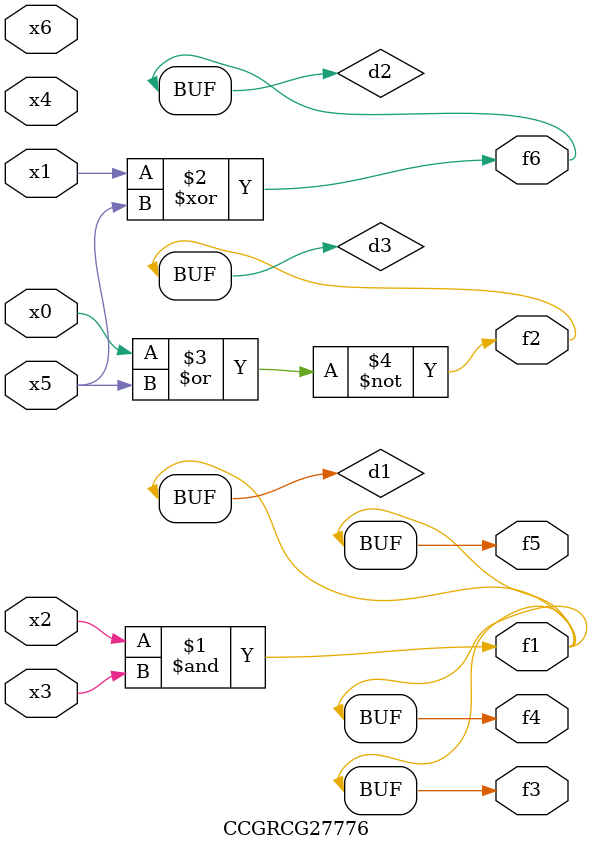
<source format=v>
module CCGRCG27776(
	input x0, x1, x2, x3, x4, x5, x6,
	output f1, f2, f3, f4, f5, f6
);

	wire d1, d2, d3;

	and (d1, x2, x3);
	xor (d2, x1, x5);
	nor (d3, x0, x5);
	assign f1 = d1;
	assign f2 = d3;
	assign f3 = d1;
	assign f4 = d1;
	assign f5 = d1;
	assign f6 = d2;
endmodule

</source>
